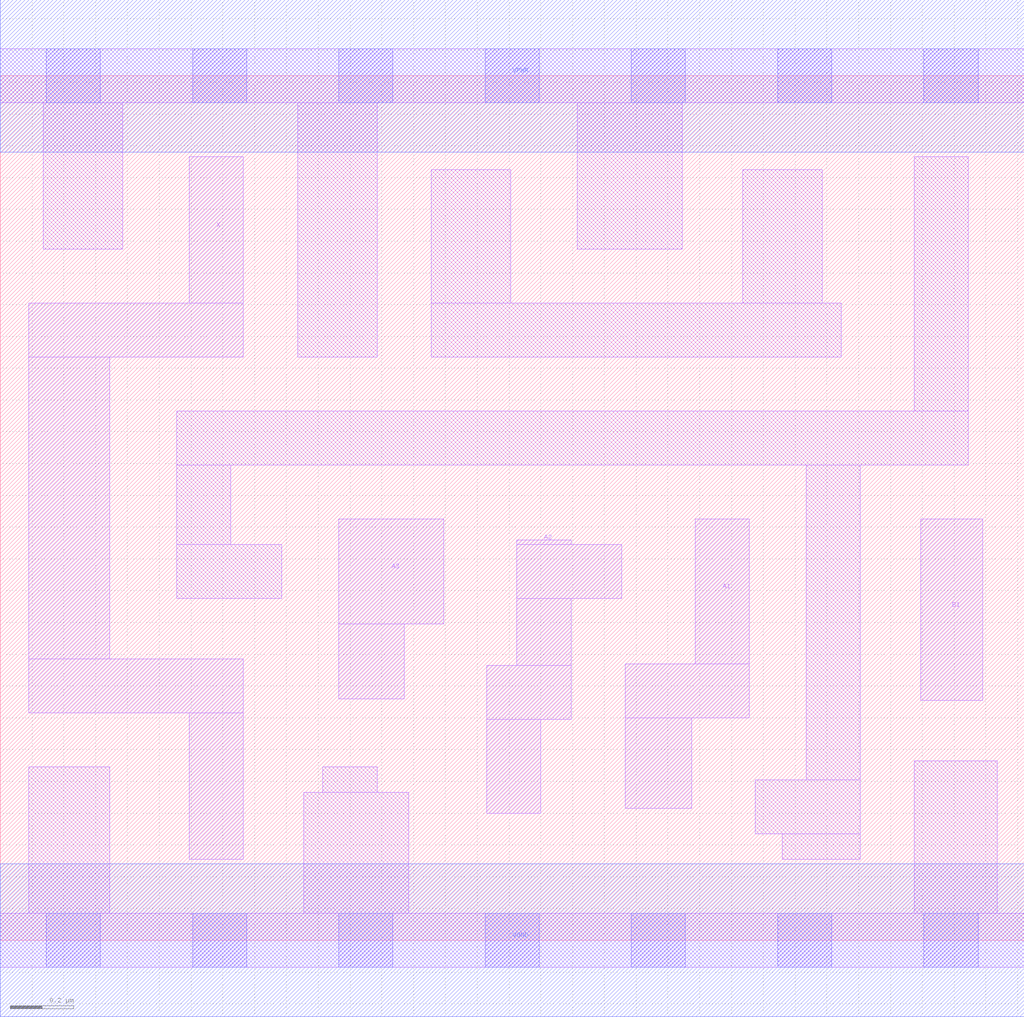
<source format=lef>
# Copyright 2020 The SkyWater PDK Authors
#
# Licensed under the Apache License, Version 2.0 (the "License");
# you may not use this file except in compliance with the License.
# You may obtain a copy of the License at
#
#     https://www.apache.org/licenses/LICENSE-2.0
#
# Unless required by applicable law or agreed to in writing, software
# distributed under the License is distributed on an "AS IS" BASIS,
# WITHOUT WARRANTIES OR CONDITIONS OF ANY KIND, either express or implied.
# See the License for the specific language governing permissions and
# limitations under the License.
#
# SPDX-License-Identifier: Apache-2.0

VERSION 5.7 ;
  NOWIREEXTENSIONATPIN ON ;
  DIVIDERCHAR "/" ;
  BUSBITCHARS "[]" ;
UNITS
  DATABASE MICRONS 200 ;
END UNITS
MACRO sky130_fd_sc_hd__a31o_2
  CLASS CORE ;
  FOREIGN sky130_fd_sc_hd__a31o_2 ;
  ORIGIN  0.000000  0.000000 ;
  SIZE  3.220000 BY  2.720000 ;
  SYMMETRY X Y R90 ;
  SITE unithd ;
  PIN A1
    ANTENNAGATEAREA  0.247500 ;
    DIRECTION INPUT ;
    USE SIGNAL ;
    PORT
      LAYER li1 ;
        RECT 1.965000 0.415000 2.175000 0.700000 ;
        RECT 1.965000 0.700000 2.355000 0.870000 ;
        RECT 2.185000 0.870000 2.355000 1.325000 ;
    END
  END A1
  PIN A2
    ANTENNAGATEAREA  0.247500 ;
    DIRECTION INPUT ;
    USE SIGNAL ;
    PORT
      LAYER li1 ;
        RECT 1.530000 0.400000 1.700000 0.695000 ;
        RECT 1.530000 0.695000 1.795000 0.865000 ;
        RECT 1.625000 0.865000 1.795000 1.075000 ;
        RECT 1.625000 1.075000 1.955000 1.245000 ;
        RECT 1.625000 1.245000 1.795000 1.260000 ;
    END
  END A2
  PIN A3
    ANTENNAGATEAREA  0.247500 ;
    DIRECTION INPUT ;
    USE SIGNAL ;
    PORT
      LAYER li1 ;
        RECT 1.065000 0.760000 1.270000 0.995000 ;
        RECT 1.065000 0.995000 1.395000 1.325000 ;
    END
  END A3
  PIN B1
    ANTENNAGATEAREA  0.247500 ;
    DIRECTION INPUT ;
    USE SIGNAL ;
    PORT
      LAYER li1 ;
        RECT 2.895000 0.755000 3.090000 1.325000 ;
    END
  END B1
  PIN X
    ANTENNADIFFAREA  0.445500 ;
    DIRECTION OUTPUT ;
    USE SIGNAL ;
    PORT
      LAYER li1 ;
        RECT 0.090000 0.715000 0.765000 0.885000 ;
        RECT 0.090000 0.885000 0.345000 1.835000 ;
        RECT 0.090000 1.835000 0.765000 2.005000 ;
        RECT 0.595000 0.255000 0.765000 0.715000 ;
        RECT 0.595000 2.005000 0.765000 2.465000 ;
    END
  END X
  PIN VGND
    DIRECTION INOUT ;
    SHAPE ABUTMENT ;
    USE GROUND ;
    PORT
      LAYER met1 ;
        RECT 0.000000 -0.240000 3.220000 0.240000 ;
    END
  END VGND
  PIN VPWR
    DIRECTION INOUT ;
    SHAPE ABUTMENT ;
    USE POWER ;
    PORT
      LAYER met1 ;
        RECT 0.000000 2.480000 3.220000 2.960000 ;
    END
  END VPWR
  OBS
    LAYER li1 ;
      RECT 0.000000 -0.085000 3.220000 0.085000 ;
      RECT 0.000000  2.635000 3.220000 2.805000 ;
      RECT 0.090000  0.085000 0.345000 0.545000 ;
      RECT 0.135000  2.175000 0.385000 2.635000 ;
      RECT 0.555000  1.075000 0.885000 1.245000 ;
      RECT 0.555000  1.245000 0.725000 1.495000 ;
      RECT 0.555000  1.495000 3.045000 1.665000 ;
      RECT 0.935000  1.835000 1.185000 2.635000 ;
      RECT 0.955000  0.085000 1.285000 0.465000 ;
      RECT 1.015000  0.465000 1.185000 0.545000 ;
      RECT 1.355000  1.835000 2.645000 2.005000 ;
      RECT 1.355000  2.005000 1.605000 2.425000 ;
      RECT 1.815000  2.175000 2.145000 2.635000 ;
      RECT 2.335000  2.005000 2.585000 2.425000 ;
      RECT 2.375000  0.335000 2.705000 0.505000 ;
      RECT 2.460000  0.255000 2.705000 0.335000 ;
      RECT 2.535000  0.505000 2.705000 1.495000 ;
      RECT 2.875000  0.085000 3.135000 0.565000 ;
      RECT 2.875000  1.665000 3.045000 2.465000 ;
    LAYER mcon ;
      RECT 0.145000 -0.085000 0.315000 0.085000 ;
      RECT 0.145000  2.635000 0.315000 2.805000 ;
      RECT 0.605000 -0.085000 0.775000 0.085000 ;
      RECT 0.605000  2.635000 0.775000 2.805000 ;
      RECT 1.065000 -0.085000 1.235000 0.085000 ;
      RECT 1.065000  2.635000 1.235000 2.805000 ;
      RECT 1.525000 -0.085000 1.695000 0.085000 ;
      RECT 1.525000  2.635000 1.695000 2.805000 ;
      RECT 1.985000 -0.085000 2.155000 0.085000 ;
      RECT 1.985000  2.635000 2.155000 2.805000 ;
      RECT 2.445000 -0.085000 2.615000 0.085000 ;
      RECT 2.445000  2.635000 2.615000 2.805000 ;
      RECT 2.905000 -0.085000 3.075000 0.085000 ;
      RECT 2.905000  2.635000 3.075000 2.805000 ;
  END
END sky130_fd_sc_hd__a31o_2
END LIBRARY

</source>
